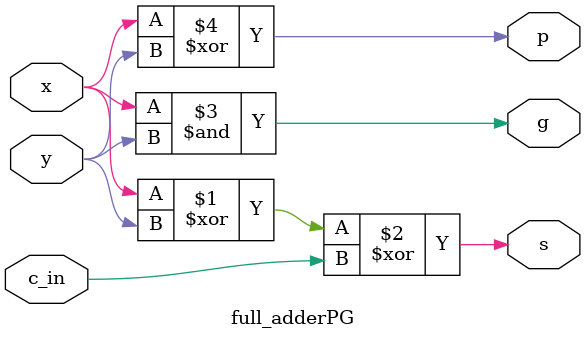
<source format=sv>
module full_adderPG(input x, y, c_in, output s, p, g);


	//x and y are the added bits, c_in is the carry-in, s is lowest sum bit, and P(propogating), and G(generating)
	//**NOTE THAT C(carry-out) IS OMITTED SINCE WE ARE MAKING A CLA
	assign s = x^y^c_in;
	assign g = x&y;
	assign p = x^y;
	
endmodule 

//full adder for CLA and CSA(Has P and G logic capabilites)
</source>
